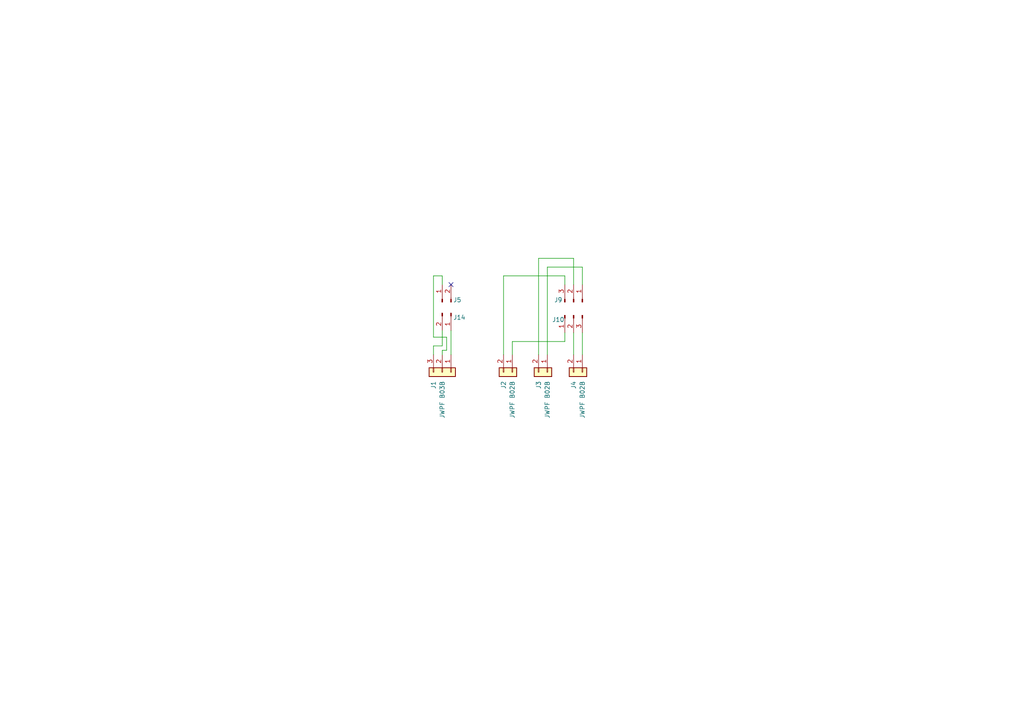
<source format=kicad_sch>
(kicad_sch (version 20230121) (generator eeschema)
  (paper "A4")
  (lib_symbols
    (symbol "Connector:Conn_01x02_Pin" (pin_names (offset 1.016) hide)
      (property "Reference" "J" (at 0 2.54 0))
      (property "Value" "Conn_01x02_Pin" (at 0 -5.08 0))
      (symbol "Conn_01x02_Pin_1_1"
        (polyline (pts (xy 1.27 -2.54) (xy 0.8636 -2.54)) (stroke (width 0.1524)))
        (polyline (pts (xy 1.27 0) (xy 0.8636 0)) (stroke (width 0.1524)))
        (rectangle (start 0.8636 -2.413) (end 0 -2.667) (stroke (width 0.1524)) (fill (type outline)))
        (rectangle (start 0.8636 0.127) (end 0 -0.127) (stroke (width 0.1524)) (fill (type outline)))
        (pin passive line (at 5.08 0 180) (length 3.81) (name "Pin_1") (number "1"))
        (pin passive line (at 5.08 -2.54 180) (length 3.81) (name "Pin_2") (number "2"))
      )
    )
    (symbol "Connector:Conn_01x03_Pin" (pin_names (offset 1.016) hide)
      (property "Reference" "J" (at 0 5.08 0))
      (property "Value" "Conn_01x03_Pin" (at 0 -5.08 0))
      (symbol "Conn_01x03_Pin_1_1"
        (polyline (pts (xy 1.27 -2.54) (xy 0.8636 -2.54)) (stroke (width 0.1524)))
        (polyline (pts (xy 1.27 0) (xy 0.8636 0)) (stroke (width 0.1524)))
        (polyline (pts (xy 1.27 2.54) (xy 0.8636 2.54)) (stroke (width 0.1524)))
        (rectangle (start 0.8636 -2.413) (end 0 -2.667) (stroke (width 0.1524)) (fill (type outline)))
        (rectangle (start 0.8636 0.127) (end 0 -0.127) (stroke (width 0.1524)) (fill (type outline)))
        (rectangle (start 0.8636 2.667) (end 0 2.413) (stroke (width 0.1524)) (fill (type outline)))
        (pin passive line (at 5.08 2.54 180) (length 3.81) (name "Pin_1") (number "1"))
        (pin passive line (at 5.08 0 180) (length 3.81) (name "Pin_2") (number "2"))
        (pin passive line (at 5.08 -2.54 180) (length 3.81) (name "Pin_3") (number "3"))
      )
    )
    (symbol "Connector_Generic:Conn_01x02" (pin_names (offset 1.016) hide)
      (property "Reference" "J" (at 0 2.54 0))
      (property "Value" "Conn_01x02" (at 0 -5.08 0))
      (symbol "Conn_01x02_1_1"
        (rectangle (start -1.27 -2.413) (end 0 -2.667) (stroke (width 0.1524)))
        (rectangle (start -1.27 0.127) (end 0 -0.127) (stroke (width 0.1524)))
        (rectangle (start -1.27 1.27) (end 1.27 -3.81) (stroke (width 0.254)) (fill (type background)))
        (pin passive line (at -5.08 0 0) (length 3.81) (name "Pin_1") (number "1"))
        (pin passive line (at -5.08 -2.54 0) (length 3.81) (name "Pin_2") (number "2"))
      )
    )
    (symbol "Connector_Generic:Conn_01x03" (pin_names (offset 1.016) hide)
      (property "Reference" "J" (at 0 5.08 0))
      (property "Value" "Conn_01x03" (at 0 -5.08 0))
      (symbol "Conn_01x03_1_1"
        (rectangle (start -1.27 -2.413) (end 0 -2.667) (stroke (width 0.1524)))
        (rectangle (start -1.27 0.127) (end 0 -0.127) (stroke (width 0.1524)))
        (rectangle (start -1.27 2.667) (end 0 2.413) (stroke (width 0.1524)))
        (rectangle (start -1.27 3.81) (end 1.27 -3.81) (stroke (width 0.254)) (fill (type background)))
        (pin passive line (at -5.08 2.54 0) (length 3.81) (name "Pin_1") (number "1"))
        (pin passive line (at -5.08 0 0) (length 3.81) (name "Pin_2") (number "2"))
        (pin passive line (at -5.08 -2.54 0) (length 3.81) (name "Pin_3") (number "3"))
      )
    )
  )
  (no_connect (at 130.81 82.55))
  (wire (pts (xy 166.37 74.93) (xy 166.37 82.55)))
  (wire (pts (xy 156.21 74.93) (xy 166.37 74.93)))
  (wire (pts (xy 125.73 97.79) (xy 129.54 97.79)))
  (wire (pts (xy 158.75 77.47) (xy 168.91 77.47)))
  (wire (pts (xy 128.27 82.55) (xy 128.27 80.01)))
  (wire (pts (xy 163.83 99.06) (xy 163.83 96.52)))
  (wire (pts (xy 125.73 100.33) (xy 125.73 102.87)))
  (wire (pts (xy 129.54 97.79) (xy 129.54 101.6)))
  (wire (pts (xy 166.37 96.52) (xy 166.37 102.87)))
  (wire (pts (xy 146.05 102.87) (xy 146.05 80.01)))
  (wire (pts (xy 129.54 101.6) (xy 128.27 101.6)))
  (wire (pts (xy 163.83 80.01) (xy 163.83 82.55)))
  (wire (pts (xy 130.81 95.885) (xy 130.81 102.87)))
  (wire (pts (xy 128.27 101.6) (xy 128.27 102.87)))
  (wire (pts (xy 156.21 102.87) (xy 156.21 74.93)))
  (wire (pts (xy 168.91 77.47) (xy 168.91 82.55)))
  (wire (pts (xy 125.73 80.01) (xy 125.73 97.79)))
  (wire (pts (xy 146.05 80.01) (xy 163.83 80.01)))
  (wire (pts (xy 128.27 100.33) (xy 125.73 100.33)))
  (wire (pts (xy 128.27 80.01) (xy 125.73 80.01)))
  (wire (pts (xy 148.59 99.06) (xy 163.83 99.06)))
  (wire (pts (xy 158.75 102.87) (xy 158.75 77.47)))
  (wire (pts (xy 148.59 102.87) (xy 148.59 99.06)))
  (wire (pts (xy 128.27 95.885) (xy 128.27 100.33)))
  (wire (pts (xy 168.91 96.52) (xy 168.91 102.87)))
  (symbol (lib_id "Connector_Generic:Conn_01x02") (at 148.59 107.95 270) (unit 1)
    (property "Reference" "J2" (at 146.05 110.49 0) (effects (justify left)))
    (property "Value" "JWPF B02B" (at 148.59 110.49 0) (effects (justify left)))
    (property "Footprint" "Connector_JST:JST_JWPF_B02B-JWPF-SK-R_1x02_P2.00mm_Vertical" (effects hide))
  )
  (symbol (lib_id "Connector_Generic:Conn_01x02") (at 158.75 107.95 270) (unit 1)
    (property "Reference" "J3" (at 156.21 110.49 0) (effects (justify left)))
    (property "Value" "JWPF B02B" (at 158.75 110.49 0) (effects (justify left)))
    (property "Footprint" "Connector_JST:JST_JWPF_B02B-JWPF-SK-R_1x02_P2.00mm_Vertical" (effects hide))
  )
  (symbol (lib_id "Connector:Conn_01x03_Pin") (at 166.37 91.44 90) (mirror x) (unit 1)
    (property "Reference" "J10" (at 161.925 92.71 90))
    (property "Value" "Conn_01x03_Pin" (effects hide))
    (property "Footprint" "local-footprints:SMD_3PIN" (effects hide))
  )
  (symbol (lib_id "Connector:Conn_01x02_Pin") (at 128.27 87.63 90) (unit 1)
    (property "Reference" "J5" (at 131.445 86.995 90) (effects (justify right)))
    (property "Value" "Conn_01x02_Pin" (effects hide))
    (property "Footprint" "local-footprints:SMD_2PIN" (effects hide))
  )
  (symbol (lib_id "Connector:Conn_01x03_Pin") (at 166.37 87.63 270) (mirror x) (unit 1)
    (property "Reference" "J9" (at 161.925 86.995 90))
    (property "Value" "Conn_01x03_Pin" (effects hide))
    (property "Footprint" "local-footprints:SMD_3PIN" (effects hide))
  )
  (symbol (lib_id "Connector_Generic:Conn_01x02") (at 168.91 107.95 270) (unit 1)
    (property "Reference" "J4" (at 166.37 110.49 0) (effects (justify left)))
    (property "Value" "JWPF B02B" (at 168.91 110.49 0) (effects (justify left)))
    (property "Footprint" "Connector_JST:JST_JWPF_B02B-JWPF-SK-R_1x02_P2.00mm_Vertical" (effects hide))
  )
  (symbol (lib_id "Connector_Generic:Conn_01x03") (at 128.27 107.95 270) (unit 1)
    (property "Reference" "J1" (at 125.73 110.49 0) (effects (justify left)))
    (property "Value" "JWPF B03B" (at 128.27 110.49 0) (effects (justify left)))
    (property "Footprint" "Connector_JST:JST_JWPF_B03B-JWPF-SK-R_1x03_P2.00mm_Vertical" (effects hide))
  )
  (symbol (lib_id "Connector:Conn_01x02_Pin") (at 130.81 90.805 270) (unit 1)
    (property "Reference" "J14" (at 131.445 92.075 90) (effects (justify left)))
    (property "Value" "Conn_01x02_Pin" (effects hide))
    (property "Footprint" "local-footprints:SMD_2PIN" (effects hide))
  )
)
</source>
